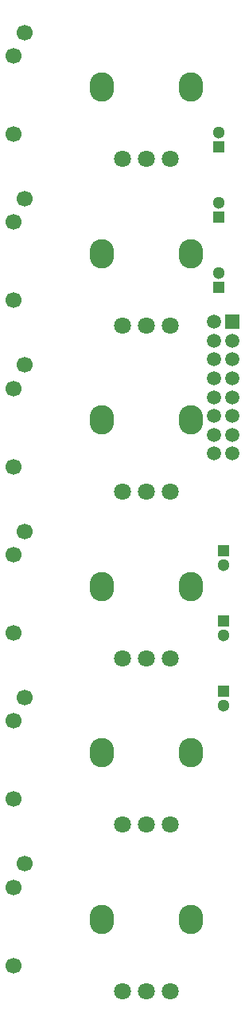
<source format=gbr>
G04 DipTrace 4.0.0.5*
G04 TopMask.gbr*
%MOIN*%
G04 #@! TF.FileFunction,Soldermask,Top*
G04 #@! TF.Part,Single*
%ADD21R,0.059055X0.059055*%
%ADD22C,0.059055*%
%ADD24C,0.066929*%
%ADD33O,0.102362X0.122047*%
%ADD35C,0.070866*%
%ADD41R,0.051181X0.051181*%
%ADD43C,0.051181*%
%FSLAX26Y26*%
G04*
G70*
G90*
G75*
G01*
G04 TopMask*
%LPD*%
D43*
X1467156Y4114533D3*
D41*
Y4055477D3*
D43*
X1467158Y3821423D3*
D41*
X1467155Y3762368D3*
D43*
X1467156Y3528312D3*
D41*
Y3469257D3*
D43*
X1485746Y2308332D3*
D41*
Y2367387D3*
D43*
X1485747Y2015222D3*
D41*
X1485746Y2074277D3*
D43*
Y1722111D3*
D41*
Y1781166D3*
D21*
X1523930Y3325599D3*
D22*
X1445190D3*
X1523930Y3246859D3*
X1445190D3*
X1523930Y3168119D3*
X1445190D3*
X1523930Y3089379D3*
X1445190D3*
X1523930Y3010639D3*
X1445190D3*
X1523930Y2931899D3*
X1445190D3*
X1523930Y2853158D3*
X1445190D3*
X1523930Y2774418D3*
X1445190D3*
D24*
X608127Y4108526D3*
Y4435298D3*
X651876Y4533479D3*
X608127Y3414229D3*
Y3741001D3*
X651876Y3839182D3*
X608127Y2719931D3*
Y3046703D3*
X651876Y3144884D3*
X608127Y2025635D3*
Y2352407D3*
X651876Y2450588D3*
X608127Y1331338D3*
Y1658110D3*
X651876Y1756291D3*
X608127Y637040D3*
Y963812D3*
X651876Y1061993D3*
D35*
X1064043Y4004025D3*
X1164043D3*
X1264043D3*
D33*
X976523Y4304025D3*
X1351523D3*
D35*
X1064043Y3309143D3*
X1164043D3*
X1264043D3*
D33*
X976523Y3609143D3*
X1351523D3*
D35*
X1064043Y2614261D3*
X1164043D3*
X1264043D3*
D33*
X976523Y2914261D3*
X1351523D3*
D35*
X1064043Y1919379D3*
X1164043D3*
X1264043D3*
D33*
X976523Y2219379D3*
X1351523D3*
D35*
X1064043Y1224497D3*
X1164043D3*
X1264043D3*
D33*
X976523Y1524497D3*
X1351523D3*
D35*
X1064043Y529615D3*
X1164043D3*
X1264043D3*
D33*
X976523Y829615D3*
X1351523D3*
M02*

</source>
